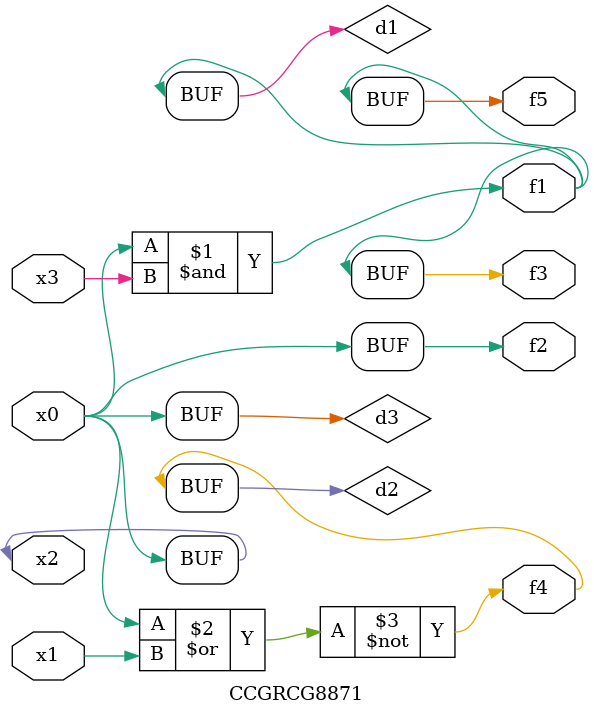
<source format=v>
module CCGRCG8871(
	input x0, x1, x2, x3,
	output f1, f2, f3, f4, f5
);

	wire d1, d2, d3;

	and (d1, x2, x3);
	nor (d2, x0, x1);
	buf (d3, x0, x2);
	assign f1 = d1;
	assign f2 = d3;
	assign f3 = d1;
	assign f4 = d2;
	assign f5 = d1;
endmodule

</source>
